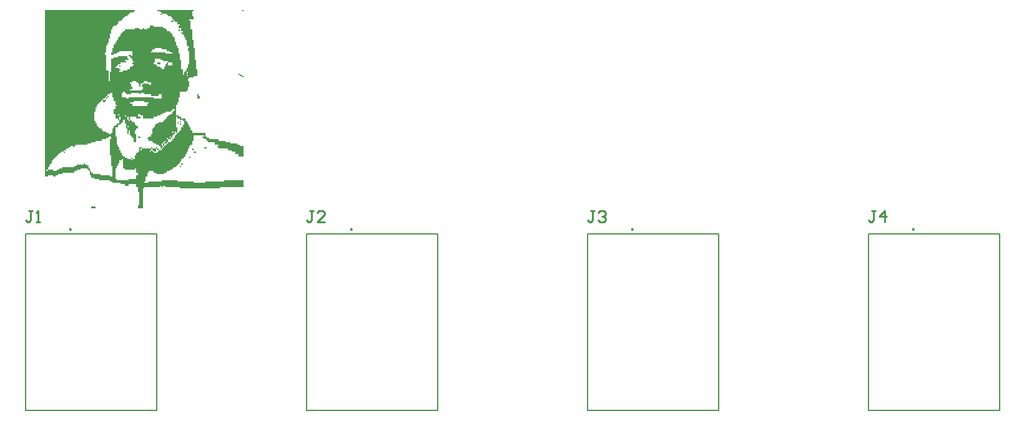
<source format=gbr>
%FSTAX23Y23*%
%MOIN*%
%SFA1B1*%

%IPPOS*%
%ADD10C,0.007870*%
%ADD11C,0.005000*%
%ADD12C,0.010000*%
%LNbackplane_legend_top-1*%
%LPD*%
G36*
X01325Y02642D02*
X01317D01*
Y0265*
X01325*
Y02642*
G37*
G36*
X00886Y02621D02*
X00879D01*
Y02628*
X00886*
Y02621*
G37*
G36*
X0095Y02586D02*
X00936D01*
Y02593*
X0095*
Y02586*
G37*
G36*
X00985Y02536D02*
X00978D01*
Y02544*
X00985*
Y02536*
G37*
G36*
X00667Y02346D02*
X0066D01*
Y02353*
X00667*
Y02346*
G37*
G36*
X01056Y02642D02*
X01049D01*
Y02614*
X01056*
Y026*
X01035*
Y02593*
X01042*
Y02544*
X01049*
Y02487*
X01056*
Y02445*
X01063*
Y02381*
X0107*
Y02332*
X01077*
Y02296*
X01056*
Y02289*
X01035*
Y02282*
X01028*
Y02268*
X01035*
Y0224*
X01028*
Y02218*
X01021*
Y02211*
X00985*
Y02183*
X00978*
Y02155*
X00971*
Y02141*
X00964*
Y02084*
X00978*
Y02077*
X00992*
Y0207*
X01014*
Y02056*
X01021*
Y02049*
X01028*
Y02035*
X01035*
Y02021*
X01042*
Y02006*
X01049*
Y01992*
X0112*
Y01971*
X01127*
Y01964*
X01141*
Y01957*
X0119*
Y0195*
X01226*
Y01943*
X01254*
Y01936*
X01289*
Y01929*
X01303*
Y01922*
X01325*
Y01865*
X01296*
Y01879*
X01282*
Y01893*
X01261*
Y019*
X0124*
Y01908*
X0119*
Y01915*
X01183*
Y01922*
X0119*
Y01929*
X01169*
Y01943*
X01134*
Y0195*
X01127*
Y01957*
X01113*
Y01964*
X01105*
Y01971*
X01113*
Y01978*
X01056*
Y0195*
X01049*
Y01929*
X01042*
Y01922*
X01035*
Y01908*
X01028*
Y01893*
X01021*
Y01879*
X01014*
Y01865*
X01007*
Y01858*
X00999*
Y01851*
X00992*
Y01837*
X00985*
Y0183*
X00978*
Y01823*
X00971*
Y01816*
X00964*
Y01809*
X0095*
Y01802*
X00943*
Y01794*
X00929*
Y01787*
X00915*
Y0178*
X00901*
Y01773*
X00858*
Y0178*
X00844*
Y01787*
X00816*
Y0178*
X00809*
Y01759*
X00802*
Y01731*
X00795*
Y01724*
X00816*
Y01731*
X00886*
Y01738*
X00971*
Y01731*
X01056*
Y01724*
X0112*
Y01731*
X01219*
Y01738*
X01325*
Y01703*
X01197*
Y01696*
X00985*
Y01703*
X00908*
Y0171*
X00893*
Y01703*
X00886*
Y0171*
X00879*
Y01703*
X00795*
Y01696*
X00787*
Y0159*
X00759*
Y01604*
X00766*
Y01674*
X00759*
Y01703*
X00752*
Y01717*
X0071*
Y0171*
X00689*
Y01717*
X00667*
Y01724*
X00625*
Y01731*
X00611*
Y01738*
X00554*
Y01745*
X00526*
Y01752*
X00512*
Y01766*
X00505*
Y01787*
X00498*
Y01794*
X00491*
Y01802*
X00455*
Y01794*
X00434*
Y01787*
X0042*
Y0178*
X00356*
Y01773*
X00335*
Y01766*
X00321*
Y01759*
X00307*
Y01766*
X00279*
Y01759*
X00265*
Y0265*
X00745*
Y02642*
X00738*
Y02635*
X00717*
Y02628*
X0071*
Y02621*
X00703*
Y02614*
X00689*
Y02607*
X00681*
Y026*
X00674*
Y02593*
X0066*
Y02586*
X00653*
Y02572*
X00646*
Y02565*
X00632*
Y02558*
X00625*
Y02544*
X00618*
Y02522*
X00611*
Y02494*
X00604*
Y02473*
X00597*
Y02459*
X0059*
Y02423*
X00583*
Y02409*
X0059*
Y02324*
X00604*
Y02268*
X00611*
Y02317*
X00618*
Y02388*
X00632*
Y02395*
X00653*
Y02402*
X00703*
Y02388*
X0071*
Y02381*
X00689*
Y02374*
X00696*
Y02367*
X00667*
Y0236*
X00653*
Y02353*
X00646*
Y02346*
X00639*
Y02339*
X0066*
Y02332*
X00667*
Y02324*
X0066*
Y02317*
X00681*
Y02324*
X00703*
Y02332*
X00717*
Y02346*
X00731*
Y02353*
X00738*
Y0236*
X00731*
Y02367*
X00738*
Y02374*
X00731*
Y02388*
X00724*
Y02395*
X00717*
Y02402*
X0071*
Y02409*
X00724*
Y02402*
X00731*
Y0243*
X0066*
Y02423*
X00646*
Y02416*
X00632*
Y02409*
X00618*
Y02423*
X00625*
Y02445*
X00632*
Y02466*
X00639*
Y0248*
X00646*
Y02487*
X00653*
Y02501*
X0066*
Y02508*
X00667*
Y02522*
X00674*
Y02529*
X00681*
Y02536*
X00689*
Y02544*
X00745*
Y02551*
X00766*
Y02544*
X00787*
Y02551*
X00795*
Y02544*
X00809*
Y02551*
X00823*
Y02565*
X00844*
Y02558*
X00893*
Y02551*
X00908*
Y02544*
X00915*
Y02536*
X00929*
Y02529*
X00936*
Y02522*
X00943*
Y02508*
X0095*
Y02501*
X00957*
Y0248*
X00964*
Y02459*
X00971*
Y02445*
X00978*
Y02416*
X00985*
Y02381*
X00992*
Y02332*
X00999*
Y02303*
X01007*
Y02317*
X01014*
Y02324*
X01021*
Y02339*
X01028*
Y0236*
X01035*
Y0243*
X01028*
Y02445*
X01035*
Y02452*
X01028*
Y02459*
X01021*
Y02487*
X01014*
Y02501*
X01007*
Y02515*
X00999*
Y02522*
X00992*
Y02529*
X00999*
Y02536*
X00992*
Y02551*
X00978*
Y02565*
X00985*
Y02572*
X00971*
Y02586*
X00957*
Y02593*
X0095*
Y026*
X00943*
Y02607*
X00936*
Y02614*
X00922*
Y02621*
X00915*
Y02628*
X00886*
Y02635*
X00879*
Y02642*
X00865*
Y0265*
X01056*
Y02642*
G37*
G36*
X01303Y02303D02*
X01317D01*
Y02296*
X01325*
Y02289*
X01317*
Y02296*
X01303*
Y02303*
X01296*
Y0231*
X01303*
Y02303*
G37*
G36*
X01084Y0219D02*
X01091D01*
Y02176*
X01077*
Y02183*
Y0219*
Y02197*
X01084*
Y0219*
G37*
G36*
X01127Y01908D02*
X01113D01*
Y01915*
X01127*
Y01908*
G37*
G36*
X01056Y019D02*
X01049D01*
Y01908*
X01056*
Y019*
G37*
G36*
X0107Y01886D02*
X01056D01*
Y01893*
X0107*
Y01886*
G37*
G36*
X01042Y01858D02*
X01035D01*
Y01865*
X01042*
Y01858*
G37*
G36*
X00999Y01823D02*
X00992D01*
Y0183*
X00999*
Y01823*
G37*
G36*
X00992Y01809D02*
X00985D01*
Y01816*
X00992*
Y01809*
G37*
G36*
X00533Y0159D02*
X00512D01*
Y01597*
X00533*
Y0159*
G37*
%LNbackplane_legend_top-2*%
%LPC*%
G36*
X00886Y02445D02*
X00851D01*
Y02438*
X00837*
Y0243*
X0083*
Y02423*
X00908*
Y02416*
X00943*
Y02423*
X00929*
Y0243*
X00915*
Y02438*
X00886*
Y02445*
G37*
G36*
X00879Y02388D02*
X00851D01*
Y02367*
X00844*
Y0236*
X00858*
Y02353*
X00865*
Y02346*
X00879*
Y02339*
X00886*
Y02332*
X00901*
Y02339*
Y02346*
X00908*
Y0236*
X00915*
Y02367*
X00922*
Y02353*
X00943*
Y02367*
X00922*
Y02374*
X00893*
Y02381*
X00879*
Y02388*
G37*
G36*
X01028Y02317D02*
X01021D01*
Y0231*
X01028*
Y02317*
G37*
G36*
Y02303D02*
X01021D01*
Y02296*
X01028*
Y02303*
G37*
G36*
X00809Y02268D02*
X00795D01*
Y02261*
X00787*
Y02254*
X00816*
Y02247*
X0083*
Y02261*
X00809*
Y02268*
G37*
G36*
X00752D02*
X00731D01*
Y02261*
X00717*
Y02254*
X00724*
Y0224*
X00731*
Y02226*
X00717*
Y02218*
X0078*
Y02226*
X00787*
Y0224*
X0078*
Y02247*
X00787*
Y02254*
X00773*
Y0224*
X00766*
Y02254*
X00759*
Y02261*
X00752*
Y02268*
G37*
G36*
X00625Y02204D02*
X00611D01*
Y02197*
X00597*
Y0219*
X00604*
Y02183*
X00597*
Y0219*
X0059*
Y02183*
X00597*
Y02176*
X0059*
Y02183*
X00583*
Y02176*
X00575*
Y02169*
X0059*
Y02162*
X00583*
Y02155*
X00575*
Y02169*
X00568*
Y02162*
X00561*
Y02155*
X00554*
Y02148*
X00547*
Y02141*
X0054*
Y02127*
X00533*
Y02105*
X00526*
Y02056*
X00533*
Y02042*
X0054*
Y02028*
X00547*
Y02021*
X00554*
Y02014*
X00568*
Y02006*
X00575*
Y01999*
X0059*
Y01992*
X00604*
Y01985*
X00618*
Y01992*
X00625*
Y02014*
X00632*
Y02028*
X00639*
Y02035*
X00646*
Y02042*
X0066*
Y02063*
X00653*
Y0207*
X00639*
Y02091*
X00632*
Y0212*
X00639*
Y02134*
X00646*
Y02141*
X00639*
Y02162*
X00632*
Y02183*
X00625*
Y02204*
G37*
G36*
X00689Y02211D02*
X00681D01*
Y02204*
X00674*
Y02183*
X00696*
Y02176*
X0071*
Y02183*
X00844*
Y02176*
X00886*
Y02197*
X00872*
Y0219*
X0083*
Y02197*
X00795*
Y02204*
X00773*
Y02197*
X00766*
Y02204*
X00724*
Y02197*
X00696*
Y02204*
X00689*
Y02211*
G37*
G36*
X00795Y02162D02*
X00738D01*
Y02155*
X00717*
Y02148*
X00731*
Y02134*
X00809*
Y02148*
X00816*
Y02155*
X00795*
Y02162*
G37*
G36*
X0066Y02091D02*
X00653D01*
Y02084*
X0066*
Y02091*
G37*
G36*
X00696Y02084D02*
X00689D01*
Y02077*
X00696*
Y02084*
G37*
G36*
X00957Y0212D02*
X00943D01*
Y02112*
X00936*
Y02105*
X00908*
Y02098*
X00893*
Y02091*
X00879*
Y02084*
X00865*
Y02077*
X00844*
Y0207*
X00787*
Y02084*
X00773*
Y02091*
X00759*
Y02077*
X00773*
Y0207*
X00752*
Y02077*
X00717*
Y02063*
X00724*
Y02056*
X00731*
Y02049*
X00745*
Y02035*
X00752*
Y02028*
X00759*
Y02014*
X00752*
Y02006*
X00745*
Y01985*
X00752*
Y01943*
X00738*
Y01964*
X00731*
Y01971*
X00724*
Y01978*
X00717*
Y02006*
X0071*
Y01985*
X00703*
Y02014*
X00696*
Y02042*
X00689*
Y02063*
X00681*
Y02049*
X00674*
Y02042*
X00667*
Y02035*
X00653*
Y02021*
X00639*
Y01971*
X00646*
Y01929*
X00653*
Y01915*
X0066*
Y019*
X00667*
Y01886*
X00674*
Y01872*
X00681*
Y01865*
X00689*
Y01858*
X00703*
Y01851*
X00724*
Y01844*
X00731*
Y01851*
X00724*
Y01858*
X00731*
Y01851*
X00745*
Y01872*
X00752*
Y01886*
X00759*
Y01893*
X00766*
Y01915*
X0078*
Y01908*
X0083*
Y019*
X00837*
Y01893*
X00844*
Y01886*
X00865*
Y01893*
X00872*
Y019*
X00865*
Y01908*
X00858*
Y01915*
X00865*
Y01908*
X00872*
Y019*
X00886*
Y01908*
X00879*
Y01922*
X00872*
Y01929*
X00858*
Y01936*
X00844*
Y01943*
X00837*
Y0195*
X00816*
Y01957*
X00809*
Y01964*
X00816*
Y01971*
X0083*
Y01985*
X00837*
Y02014*
X00844*
Y02021*
X00851*
Y02035*
X00858*
Y02042*
X00872*
Y02049*
X00893*
Y02056*
X00901*
Y02063*
X00908*
Y0207*
X00915*
Y02077*
X00922*
Y02084*
X00929*
Y02091*
X00943*
Y02105*
X0095*
Y02112*
X00957*
Y0212*
G37*
G36*
X00667Y02077D02*
X0066D01*
Y02063*
X00667*
Y02077*
G37*
G36*
X0071D02*
X00703D01*
Y02063*
X0071*
Y02056*
X00717*
Y02063*
X0071*
Y02077*
G37*
G36*
Y02028D02*
X00703D01*
Y02021*
X0071*
Y02028*
G37*
G36*
X00971Y02077D02*
X00964D01*
Y0207*
Y02021*
X00971*
Y01992*
X00978*
Y01999*
X00985*
Y02006*
X00992*
Y02021*
X00999*
Y02035*
X01007*
Y02056*
X00999*
Y02063*
X00985*
Y0207*
X00971*
Y02077*
G37*
G36*
X0095Y01999D02*
X00943D01*
Y01992*
X0095*
Y01999*
G37*
G36*
X00964D02*
X00957D01*
Y01985*
X0095*
Y01978*
X00943*
Y01964*
X00936*
Y01971*
X00929*
Y01964*
X00936*
Y01957*
X00922*
Y01964*
X00915*
Y01957*
X00922*
Y01943*
X00936*
Y0195*
X00943*
Y01957*
X0095*
Y01964*
X00957*
Y01978*
X00964*
Y01985*
X00971*
Y01992*
X00964*
Y01999*
G37*
G36*
X00908Y0195D02*
X00901D01*
Y01943*
X00908*
Y0195*
G37*
G36*
X00922Y01943D02*
X00915D01*
Y01936*
X00922*
Y01943*
G37*
G36*
X00901D02*
X00893D01*
Y01936*
X00901*
Y01929*
Y01922*
X00908*
Y01929*
X00915*
Y01936*
X00901*
Y01943*
G37*
G36*
X00893Y01936D02*
X00886D01*
Y01922*
X00893*
Y01915*
X00901*
Y01922*
X00893*
Y01936*
G37*
G36*
X00618Y01971D02*
X00604D01*
Y01964*
X0059*
Y01957*
X00568*
Y0195*
X00533*
Y01943*
X00512*
Y01936*
X00491*
Y01929*
X00427*
Y01922*
X0042*
Y01915*
X00413*
Y01922*
X00399*
Y01915*
X00392*
Y01908*
X00378*
Y019*
X00363*
Y01893*
X00371*
Y01886*
X00363*
Y01893*
X00349*
Y01886*
X00342*
Y01879*
X00335*
Y01872*
X00328*
Y01865*
X00321*
Y01858*
X00314*
Y01851*
X00307*
Y01844*
X003*
Y0183*
X00293*
Y01823*
X00286*
Y01809*
X00279*
Y01794*
X00307*
Y01787*
X00328*
Y01794*
X00342*
Y01802*
X00356*
Y01809*
X0042*
Y01816*
X00434*
Y01823*
X00469*
Y0183*
X00477*
Y01823*
X00491*
Y01816*
X00498*
Y01802*
X00505*
Y01787*
X00512*
Y0178*
X00519*
Y01773*
X00561*
Y01766*
X00611*
Y01759*
X00625*
Y01816*
X00618*
Y01872*
X00611*
Y01957*
X00618*
Y01971*
G37*
G36*
X00893Y01915D02*
X00886D01*
Y01908*
X00893*
Y01915*
G37*
G36*
X0078Y01908D02*
X00773D01*
Y019*
X0078*
Y01908*
G37*
G36*
X0083Y019D02*
X00823D01*
Y01893*
X0083*
Y019*
G37*
G36*
X00279Y01794D02*
X00272D01*
Y01787*
X00279*
Y01794*
G37*
G36*
X00681Y01851D02*
X00674D01*
Y01844*
X0066*
Y0183*
X00653*
Y01816*
X00646*
Y01802*
X00639*
Y01745*
X00646*
Y01738*
X0071*
Y01745*
X00752*
Y01766*
X00759*
Y0178*
X00752*
Y01802*
X00745*
Y01794*
X00689*
Y01802*
X00681*
Y01851*
G37*
%LNbackplane_legend_top-3*%
%LPD*%
G36*
X00879Y0236D02*
X00865D01*
Y02367*
X00879*
Y0236*
G37*
G36*
X00773Y01964D02*
X00759D01*
Y01971*
X00773*
Y01964*
G37*
G36*
X00837Y01908D02*
X00858D01*
Y01893*
X00844*
Y019*
X00837*
Y01908*
X0083*
Y01915*
X00837*
Y01908*
G37*
G36*
X00992Y02049D02*
X00985D01*
Y02056*
X00992*
Y02049*
G37*
G36*
X00978Y02042D02*
X00971D01*
Y02049*
X00978*
Y02042*
G37*
G36*
X00992Y02035D02*
X00985D01*
Y02042*
X00992*
Y02035*
G37*
G54D10*
X00403Y01477D02*
D01*
X00403Y01477*
X00403Y01478*
X00403Y01478*
X00403Y01478*
X00403Y01478*
X00403Y01479*
X00403Y01479*
X00403Y01479*
X00403Y01479*
X00403Y0148*
X00402Y0148*
X00402Y0148*
X00402Y0148*
X00402Y0148*
X00401Y01481*
X00401Y01481*
X00401Y01481*
X00401Y01481*
X004Y01481*
X004Y01481*
X004Y01481*
X004Y01481*
X00399*
X00399Y01481*
X00399Y01481*
X00399Y01481*
X00398Y01481*
X00398Y01481*
X00398Y01481*
X00398Y01481*
X00397Y0148*
X00397Y0148*
X00397Y0148*
X00397Y0148*
X00396Y0148*
X00396Y01479*
X00396Y01479*
X00396Y01479*
X00396Y01479*
X00396Y01478*
X00396Y01478*
X00396Y01478*
X00396Y01478*
X00396Y01477*
X00396Y01477*
X00396Y01477*
X00396Y01477*
X00396Y01476*
X00396Y01476*
X00396Y01476*
X00396Y01475*
X00396Y01475*
X00396Y01475*
X00396Y01475*
X00396Y01475*
X00397Y01474*
X00397Y01474*
X00397Y01474*
X00397Y01474*
X00398Y01474*
X00398Y01474*
X00398Y01473*
X00398Y01473*
X00399Y01473*
X00399Y01473*
X00399Y01473*
X00399Y01473*
X004*
X004Y01473*
X004Y01473*
X004Y01473*
X00401Y01473*
X00401Y01473*
X00401Y01474*
X00401Y01474*
X00402Y01474*
X00402Y01474*
X00402Y01474*
X00402Y01474*
X00403Y01475*
X00403Y01475*
X00403Y01475*
X00403Y01475*
X00403Y01475*
X00403Y01476*
X00403Y01476*
X00403Y01476*
X00403Y01477*
X00403Y01477*
X00403Y01477*
X04903D02*
D01*
X04903Y01477*
X04903Y01478*
X04903Y01478*
X04903Y01478*
X04903Y01478*
X04903Y01479*
X04903Y01479*
X04903Y01479*
X04903Y01479*
X04903Y0148*
X04902Y0148*
X04902Y0148*
X04902Y0148*
X04902Y0148*
X04901Y01481*
X04901Y01481*
X04901Y01481*
X04901Y01481*
X049Y01481*
X049Y01481*
X049Y01481*
X049Y01481*
X04899*
X04899Y01481*
X04899Y01481*
X04899Y01481*
X04898Y01481*
X04898Y01481*
X04898Y01481*
X04898Y01481*
X04897Y0148*
X04897Y0148*
X04897Y0148*
X04897Y0148*
X04896Y0148*
X04896Y01479*
X04896Y01479*
X04896Y01479*
X04896Y01479*
X04896Y01478*
X04896Y01478*
X04896Y01478*
X04896Y01478*
X04896Y01477*
X04896Y01477*
X04896Y01477*
X04896Y01477*
X04896Y01476*
X04896Y01476*
X04896Y01476*
X04896Y01475*
X04896Y01475*
X04896Y01475*
X04896Y01475*
X04896Y01475*
X04897Y01474*
X04897Y01474*
X04897Y01474*
X04897Y01474*
X04898Y01474*
X04898Y01474*
X04898Y01473*
X04898Y01473*
X04899Y01473*
X04899Y01473*
X04899Y01473*
X04899Y01473*
X049*
X049Y01473*
X049Y01473*
X049Y01473*
X04901Y01473*
X04901Y01473*
X04901Y01474*
X04901Y01474*
X04902Y01474*
X04902Y01474*
X04902Y01474*
X04902Y01474*
X04903Y01475*
X04903Y01475*
X04903Y01475*
X04903Y01475*
X04903Y01475*
X04903Y01476*
X04903Y01476*
X04903Y01476*
X04903Y01477*
X04903Y01477*
X04903Y01477*
X01903D02*
D01*
X01903Y01477*
X01903Y01478*
X01903Y01478*
X01903Y01478*
X01903Y01478*
X01903Y01479*
X01903Y01479*
X01903Y01479*
X01903Y01479*
X01903Y0148*
X01902Y0148*
X01902Y0148*
X01902Y0148*
X01902Y0148*
X01901Y01481*
X01901Y01481*
X01901Y01481*
X01901Y01481*
X019Y01481*
X019Y01481*
X019Y01481*
X019Y01481*
X01899*
X01899Y01481*
X01899Y01481*
X01899Y01481*
X01898Y01481*
X01898Y01481*
X01898Y01481*
X01898Y01481*
X01897Y0148*
X01897Y0148*
X01897Y0148*
X01897Y0148*
X01896Y0148*
X01896Y01479*
X01896Y01479*
X01896Y01479*
X01896Y01479*
X01896Y01478*
X01896Y01478*
X01896Y01478*
X01896Y01478*
X01896Y01477*
X01896Y01477*
X01896Y01477*
X01896Y01477*
X01896Y01476*
X01896Y01476*
X01896Y01476*
X01896Y01475*
X01896Y01475*
X01896Y01475*
X01896Y01475*
X01896Y01475*
X01897Y01474*
X01897Y01474*
X01897Y01474*
X01897Y01474*
X01898Y01474*
X01898Y01474*
X01898Y01473*
X01898Y01473*
X01899Y01473*
X01899Y01473*
X01899Y01473*
X01899Y01473*
X019*
X019Y01473*
X019Y01473*
X019Y01473*
X01901Y01473*
X01901Y01473*
X01901Y01474*
X01901Y01474*
X01902Y01474*
X01902Y01474*
X01902Y01474*
X01902Y01474*
X01903Y01475*
X01903Y01475*
X01903Y01475*
X01903Y01475*
X01903Y01475*
X01903Y01476*
X01903Y01476*
X01903Y01476*
X01903Y01477*
X01903Y01477*
X01903Y01477*
X03403D02*
D01*
X03403Y01477*
X03403Y01478*
X03403Y01478*
X03403Y01478*
X03403Y01478*
X03403Y01479*
X03403Y01479*
X03403Y01479*
X03403Y01479*
X03403Y0148*
X03402Y0148*
X03402Y0148*
X03402Y0148*
X03402Y0148*
X03401Y01481*
X03401Y01481*
X03401Y01481*
X03401Y01481*
X034Y01481*
X034Y01481*
X034Y01481*
X034Y01481*
X03399*
X03399Y01481*
X03399Y01481*
X03399Y01481*
X03398Y01481*
X03398Y01481*
X03398Y01481*
X03398Y01481*
X03397Y0148*
X03397Y0148*
X03397Y0148*
X03397Y0148*
X03396Y0148*
X03396Y01479*
X03396Y01479*
X03396Y01479*
X03396Y01479*
X03396Y01478*
X03396Y01478*
X03396Y01478*
X03396Y01478*
X03396Y01477*
X03396Y01477*
X03396Y01477*
X03396Y01477*
X03396Y01476*
X03396Y01476*
X03396Y01476*
X03396Y01475*
X03396Y01475*
X03396Y01475*
X03396Y01475*
X03396Y01475*
X03397Y01474*
X03397Y01474*
X03397Y01474*
X03397Y01474*
X03398Y01474*
X03398Y01474*
X03398Y01473*
X03398Y01473*
X03399Y01473*
X03399Y01473*
X03399Y01473*
X03399Y01473*
X034*
X034Y01473*
X034Y01473*
X034Y01473*
X03401Y01473*
X03401Y01473*
X03401Y01474*
X03401Y01474*
X03402Y01474*
X03402Y01474*
X03402Y01474*
X03402Y01474*
X03403Y01475*
X03403Y01475*
X03403Y01475*
X03403Y01475*
X03403Y01475*
X03403Y01476*
X03403Y01476*
X03403Y01476*
X03403Y01477*
X03403Y01477*
X03403Y01477*
G54D11*
X0086Y00508D02*
Y01452D01*
X00159Y00508D02*
Y01452D01*
X0086*
X00159Y00508D02*
X0086D01*
X04659D02*
X0536D01*
X04659Y01452D02*
X0536D01*
X04659Y00508D02*
Y01452D01*
X0536Y00508D02*
Y01452D01*
X0236Y00508D02*
Y01452D01*
X01659Y00508D02*
Y01452D01*
X0236*
X01659Y00508D02*
X0236D01*
X03159D02*
X0386D01*
X03159Y01452D02*
X0386D01*
X03159Y00508D02*
Y01452D01*
X0386Y00508D02*
Y01452D01*
G54D12*
X00198Y01574D02*
X00178D01*
X00188*
Y01525*
X00178Y01515*
X00169*
X00159Y01525*
X00218Y01515D02*
X00238D01*
X00228*
Y01574*
X00218Y01564*
X04698Y01574D02*
X04678D01*
X04688*
Y01525*
X04678Y01515*
X04669*
X04659Y01525*
X04748Y01515D02*
Y01574D01*
X04718Y01544*
X04758*
X01698Y01574D02*
X01678D01*
X01688*
Y01525*
X01678Y01515*
X01669*
X01659Y01525*
X01758Y01515D02*
X01718D01*
X01758Y01554*
Y01564*
X01748Y01574*
X01728*
X01718Y01564*
X03198Y01574D02*
X03178D01*
X03188*
Y01525*
X03178Y01515*
X03169*
X03159Y01525*
X03218Y01564D02*
X03228Y01574D01*
X03248*
X03258Y01564*
Y01554*
X03248Y01544*
X03238*
X03248*
X03258Y01534*
Y01525*
X03248Y01515*
X03228*
X03218Y01525*
M02*
</source>
